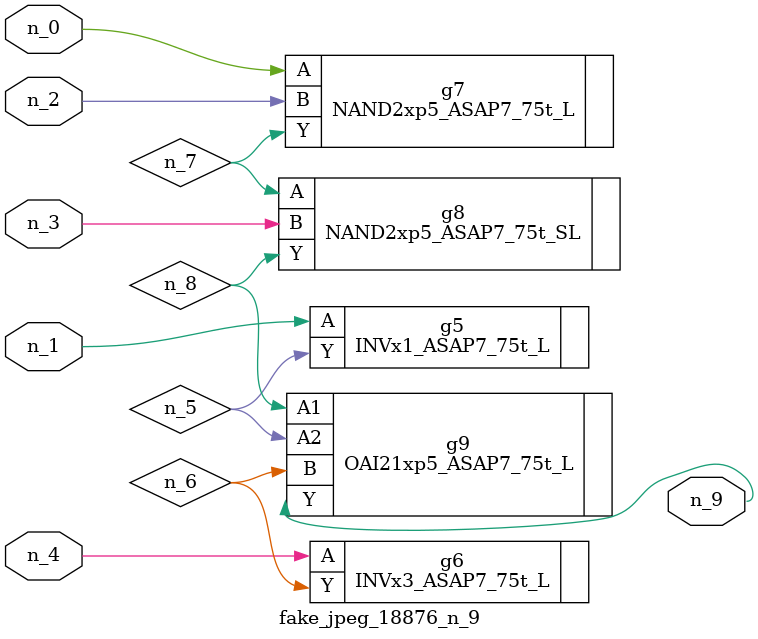
<source format=v>
module fake_jpeg_18876_n_9 (n_3, n_2, n_1, n_0, n_4, n_9);

input n_3;
input n_2;
input n_1;
input n_0;
input n_4;

output n_9;

wire n_8;
wire n_6;
wire n_5;
wire n_7;

INVx1_ASAP7_75t_L g5 ( 
.A(n_1),
.Y(n_5)
);

INVx3_ASAP7_75t_L g6 ( 
.A(n_4),
.Y(n_6)
);

NAND2xp5_ASAP7_75t_L g7 ( 
.A(n_0),
.B(n_2),
.Y(n_7)
);

NAND2xp5_ASAP7_75t_SL g8 ( 
.A(n_7),
.B(n_3),
.Y(n_8)
);

OAI21xp5_ASAP7_75t_L g9 ( 
.A1(n_8),
.A2(n_5),
.B(n_6),
.Y(n_9)
);


endmodule
</source>
